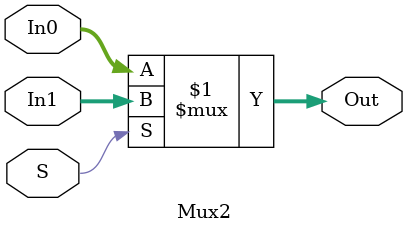
<source format=v>
module Mux2 #(parameter N=48)(In1, In0, S, Out);
input [N-1:0] In1, In0;
input S;
output [N-1:0] Out;

assign Out = S ? In1: In0;

endmodule

</source>
